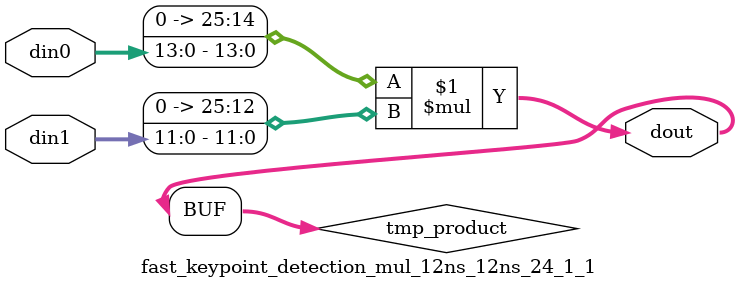
<source format=v>

`timescale 1 ns / 1 ps

 module fast_keypoint_detection_mul_12ns_12ns_24_1_1(din0, din1, dout);
parameter ID = 1;
parameter NUM_STAGE = 0;
parameter din0_WIDTH = 14;
parameter din1_WIDTH = 12;
parameter dout_WIDTH = 26;

input [din0_WIDTH - 1 : 0] din0; 
input [din1_WIDTH - 1 : 0] din1; 
output [dout_WIDTH - 1 : 0] dout;

wire signed [dout_WIDTH - 1 : 0] tmp_product;
























assign tmp_product = $signed({1'b0, din0}) * $signed({1'b0, din1});











assign dout = tmp_product;





















endmodule

</source>
